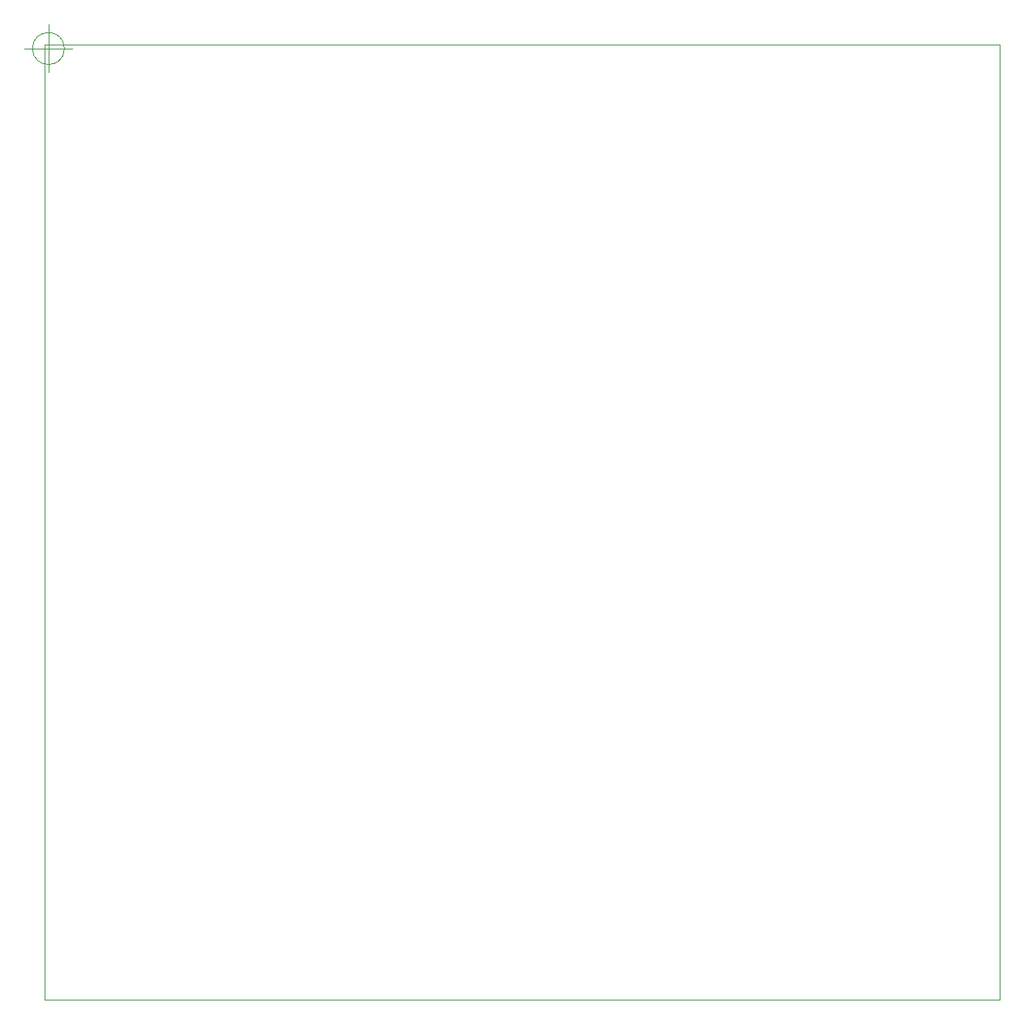
<source format=gbp>
G04 #@! TF.FileFunction,Paste,Bot*
%FSLAX46Y46*%
G04 Gerber Fmt 4.6, Leading zero omitted, Abs format (unit mm)*
G04 Created by KiCad (PCBNEW (after 2015-may-25 BZR unknown)-product) date 31/07/2015 1:32:04 PM*
%MOMM*%
G01*
G04 APERTURE LIST*
%ADD10C,0.150000*%
%ADD11C,0.025400*%
G04 APERTURE END LIST*
D10*
D11*
X73806666Y-54360000D02*
G75*
G03X73806666Y-54360000I-1666666J0D01*
G01*
X69640000Y-54360000D02*
X74640000Y-54360000D01*
X72140000Y-51860000D02*
X72140000Y-56860000D01*
X73806666Y-54360000D02*
G75*
G03X73806666Y-54360000I-1666666J0D01*
G01*
X69640000Y-54360000D02*
X74640000Y-54360000D01*
X72140000Y-51860000D02*
X72140000Y-56860000D01*
X73806666Y-54360000D02*
G75*
G03X73806666Y-54360000I-1666666J0D01*
G01*
X69640000Y-54360000D02*
X74640000Y-54360000D01*
X72140000Y-51860000D02*
X72140000Y-56860000D01*
X73806666Y-54360000D02*
G75*
G03X73806666Y-54360000I-1666666J0D01*
G01*
X69640000Y-54360000D02*
X74640000Y-54360000D01*
X72140000Y-51860000D02*
X72140000Y-56860000D01*
X73806666Y-54360000D02*
G75*
G03X73806666Y-54360000I-1666666J0D01*
G01*
X69640000Y-54360000D02*
X74640000Y-54360000D01*
X72140000Y-51860000D02*
X72140000Y-56860000D01*
X71755000Y-53975000D02*
X71755000Y-153670000D01*
X171450000Y-53975000D02*
X71755000Y-53975000D01*
X171450000Y-153670000D02*
X171450000Y-53975000D01*
X71755000Y-153670000D02*
X171450000Y-153670000D01*
M02*

</source>
